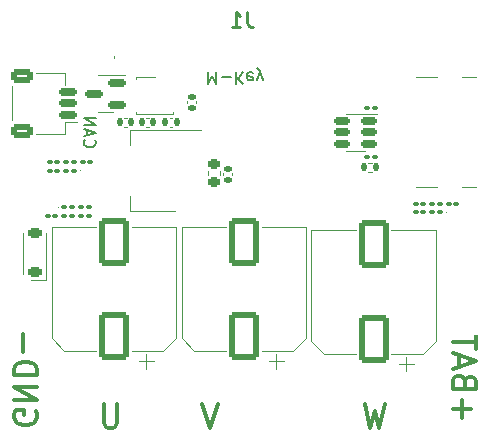
<source format=gbo>
%TF.GenerationSoftware,KiCad,Pcbnew,(7.0.0)*%
%TF.CreationDate,2023-07-15T19:37:13+02:00*%
%TF.ProjectId,Leistungsteil,4c656973-7475-46e6-9773-7465696c2e6b,rev?*%
%TF.SameCoordinates,Original*%
%TF.FileFunction,Legend,Bot*%
%TF.FilePolarity,Positive*%
%FSLAX46Y46*%
G04 Gerber Fmt 4.6, Leading zero omitted, Abs format (unit mm)*
G04 Created by KiCad (PCBNEW (7.0.0)) date 2023-07-15 19:37:13*
%MOMM*%
%LPD*%
G01*
G04 APERTURE LIST*
G04 Aperture macros list*
%AMRoundRect*
0 Rectangle with rounded corners*
0 $1 Rounding radius*
0 $2 $3 $4 $5 $6 $7 $8 $9 X,Y pos of 4 corners*
0 Add a 4 corners polygon primitive as box body*
4,1,4,$2,$3,$4,$5,$6,$7,$8,$9,$2,$3,0*
0 Add four circle primitives for the rounded corners*
1,1,$1+$1,$2,$3*
1,1,$1+$1,$4,$5*
1,1,$1+$1,$6,$7*
1,1,$1+$1,$8,$9*
0 Add four rect primitives between the rounded corners*
20,1,$1+$1,$2,$3,$4,$5,0*
20,1,$1+$1,$4,$5,$6,$7,0*
20,1,$1+$1,$6,$7,$8,$9,0*
20,1,$1+$1,$8,$9,$2,$3,0*%
G04 Aperture macros list end*
%ADD10C,0.300000*%
%ADD11C,0.150000*%
%ADD12C,0.254000*%
%ADD13C,0.120000*%
%ADD14C,0.100000*%
%ADD15C,5.500000*%
%ADD16C,3.600000*%
%ADD17C,3.200000*%
%ADD18R,1.550000X2.400000*%
%ADD19R,0.650000X0.350000*%
%ADD20RoundRect,0.250000X1.000000X-1.750000X1.000000X1.750000X-1.000000X1.750000X-1.000000X-1.750000X0*%
%ADD21RoundRect,0.100000X0.130000X0.100000X-0.130000X0.100000X-0.130000X-0.100000X0.130000X-0.100000X0*%
%ADD22RoundRect,0.100000X-0.130000X-0.100000X0.130000X-0.100000X0.130000X0.100000X-0.130000X0.100000X0*%
%ADD23RoundRect,0.250000X0.650000X-0.350000X0.650000X0.350000X-0.650000X0.350000X-0.650000X-0.350000X0*%
%ADD24RoundRect,0.150000X0.625000X-0.150000X0.625000X0.150000X-0.625000X0.150000X-0.625000X-0.150000X0*%
%ADD25RoundRect,0.140000X0.170000X-0.140000X0.170000X0.140000X-0.170000X0.140000X-0.170000X-0.140000X0*%
%ADD26R,0.300000X1.375000*%
%ADD27C,1.100000*%
%ADD28C,1.600000*%
%ADD29O,2.100000X1.000000*%
%ADD30O,1.800000X1.000000*%
%ADD31R,1.150000X0.600000*%
%ADD32R,1.150000X0.300000*%
%ADD33C,0.650000*%
%ADD34RoundRect,0.135000X0.135000X0.185000X-0.135000X0.185000X-0.135000X-0.185000X0.135000X-0.185000X0*%
%ADD35RoundRect,0.140000X0.140000X0.170000X-0.140000X0.170000X-0.140000X-0.170000X0.140000X-0.170000X0*%
%ADD36RoundRect,0.150000X0.512500X0.150000X-0.512500X0.150000X-0.512500X-0.150000X0.512500X-0.150000X0*%
%ADD37RoundRect,0.150000X0.587500X0.150000X-0.587500X0.150000X-0.587500X-0.150000X0.587500X-0.150000X0*%
%ADD38RoundRect,0.225000X0.375000X-0.225000X0.375000X0.225000X-0.375000X0.225000X-0.375000X-0.225000X0*%
%ADD39RoundRect,0.140000X-0.170000X0.140000X-0.170000X-0.140000X0.170000X-0.140000X0.170000X0.140000X0*%
%ADD40RoundRect,0.140000X-0.140000X-0.170000X0.140000X-0.170000X0.140000X0.170000X-0.140000X0.170000X0*%
%ADD41R,2.000000X1.500000*%
%ADD42R,2.000000X3.800000*%
%ADD43RoundRect,0.225000X0.250000X-0.225000X0.250000X0.225000X-0.250000X0.225000X-0.250000X-0.225000X0*%
G04 APERTURE END LIST*
D10*
X187809523Y-126564761D02*
X187142857Y-128564761D01*
X187142857Y-128564761D02*
X186476190Y-126564761D01*
X208447142Y-127773809D02*
X208447142Y-126250000D01*
X207685238Y-127011904D02*
X209209047Y-127011904D01*
X208732857Y-124630952D02*
X208637619Y-124345238D01*
X208637619Y-124345238D02*
X208542380Y-124250000D01*
X208542380Y-124250000D02*
X208351904Y-124154762D01*
X208351904Y-124154762D02*
X208066190Y-124154762D01*
X208066190Y-124154762D02*
X207875714Y-124250000D01*
X207875714Y-124250000D02*
X207780476Y-124345238D01*
X207780476Y-124345238D02*
X207685238Y-124535714D01*
X207685238Y-124535714D02*
X207685238Y-125297619D01*
X207685238Y-125297619D02*
X209685238Y-125297619D01*
X209685238Y-125297619D02*
X209685238Y-124630952D01*
X209685238Y-124630952D02*
X209590000Y-124440476D01*
X209590000Y-124440476D02*
X209494761Y-124345238D01*
X209494761Y-124345238D02*
X209304285Y-124250000D01*
X209304285Y-124250000D02*
X209113809Y-124250000D01*
X209113809Y-124250000D02*
X208923333Y-124345238D01*
X208923333Y-124345238D02*
X208828095Y-124440476D01*
X208828095Y-124440476D02*
X208732857Y-124630952D01*
X208732857Y-124630952D02*
X208732857Y-125297619D01*
X208256666Y-123392857D02*
X208256666Y-122440476D01*
X207685238Y-123583333D02*
X209685238Y-122916667D01*
X209685238Y-122916667D02*
X207685238Y-122250000D01*
X209685238Y-121869047D02*
X209685238Y-120726190D01*
X207685238Y-121297619D02*
X209685238Y-121297619D01*
X179273809Y-126564761D02*
X179273809Y-128183809D01*
X179273809Y-128183809D02*
X179178571Y-128374285D01*
X179178571Y-128374285D02*
X179083333Y-128469523D01*
X179083333Y-128469523D02*
X178892857Y-128564761D01*
X178892857Y-128564761D02*
X178511904Y-128564761D01*
X178511904Y-128564761D02*
X178321428Y-128469523D01*
X178321428Y-128469523D02*
X178226190Y-128374285D01*
X178226190Y-128374285D02*
X178130952Y-128183809D01*
X178130952Y-128183809D02*
X178130952Y-126564761D01*
D11*
X186988095Y-98467619D02*
X186988095Y-99467619D01*
X186988095Y-99467619D02*
X187321428Y-98753333D01*
X187321428Y-98753333D02*
X187654761Y-99467619D01*
X187654761Y-99467619D02*
X187654761Y-98467619D01*
X188130952Y-98848571D02*
X188892857Y-98848571D01*
X189369047Y-98467619D02*
X189369047Y-99467619D01*
X189940475Y-98467619D02*
X189511904Y-99039047D01*
X189940475Y-99467619D02*
X189369047Y-98896190D01*
X190749999Y-98515238D02*
X190654761Y-98467619D01*
X190654761Y-98467619D02*
X190464285Y-98467619D01*
X190464285Y-98467619D02*
X190369047Y-98515238D01*
X190369047Y-98515238D02*
X190321428Y-98610476D01*
X190321428Y-98610476D02*
X190321428Y-98991428D01*
X190321428Y-98991428D02*
X190369047Y-99086666D01*
X190369047Y-99086666D02*
X190464285Y-99134285D01*
X190464285Y-99134285D02*
X190654761Y-99134285D01*
X190654761Y-99134285D02*
X190749999Y-99086666D01*
X190749999Y-99086666D02*
X190797618Y-98991428D01*
X190797618Y-98991428D02*
X190797618Y-98896190D01*
X190797618Y-98896190D02*
X190321428Y-98800952D01*
X191130952Y-99134285D02*
X191369047Y-98467619D01*
X191607142Y-99134285D02*
X191369047Y-98467619D01*
X191369047Y-98467619D02*
X191273809Y-98229523D01*
X191273809Y-98229523D02*
X191226190Y-98181904D01*
X191226190Y-98181904D02*
X191130952Y-98134285D01*
D10*
X201964285Y-126564761D02*
X201488095Y-128564761D01*
X201488095Y-128564761D02*
X201107142Y-127136190D01*
X201107142Y-127136190D02*
X200726190Y-128564761D01*
X200726190Y-128564761D02*
X200250000Y-126564761D01*
D11*
X176562857Y-104190476D02*
X176515238Y-104238095D01*
X176515238Y-104238095D02*
X176467619Y-104380952D01*
X176467619Y-104380952D02*
X176467619Y-104476190D01*
X176467619Y-104476190D02*
X176515238Y-104619047D01*
X176515238Y-104619047D02*
X176610476Y-104714285D01*
X176610476Y-104714285D02*
X176705714Y-104761904D01*
X176705714Y-104761904D02*
X176896190Y-104809523D01*
X176896190Y-104809523D02*
X177039047Y-104809523D01*
X177039047Y-104809523D02*
X177229523Y-104761904D01*
X177229523Y-104761904D02*
X177324761Y-104714285D01*
X177324761Y-104714285D02*
X177420000Y-104619047D01*
X177420000Y-104619047D02*
X177467619Y-104476190D01*
X177467619Y-104476190D02*
X177467619Y-104380952D01*
X177467619Y-104380952D02*
X177420000Y-104238095D01*
X177420000Y-104238095D02*
X177372380Y-104190476D01*
X176753333Y-103809523D02*
X176753333Y-103333333D01*
X176467619Y-103904761D02*
X177467619Y-103571428D01*
X177467619Y-103571428D02*
X176467619Y-103238095D01*
X176467619Y-102904761D02*
X177467619Y-102904761D01*
X177467619Y-102904761D02*
X176467619Y-102333333D01*
X176467619Y-102333333D02*
X177467619Y-102333333D01*
D10*
X172440000Y-127176190D02*
X172535238Y-127366666D01*
X172535238Y-127366666D02*
X172535238Y-127652380D01*
X172535238Y-127652380D02*
X172440000Y-127938095D01*
X172440000Y-127938095D02*
X172249523Y-128128571D01*
X172249523Y-128128571D02*
X172059047Y-128223809D01*
X172059047Y-128223809D02*
X171678095Y-128319047D01*
X171678095Y-128319047D02*
X171392380Y-128319047D01*
X171392380Y-128319047D02*
X171011428Y-128223809D01*
X171011428Y-128223809D02*
X170820952Y-128128571D01*
X170820952Y-128128571D02*
X170630476Y-127938095D01*
X170630476Y-127938095D02*
X170535238Y-127652380D01*
X170535238Y-127652380D02*
X170535238Y-127461904D01*
X170535238Y-127461904D02*
X170630476Y-127176190D01*
X170630476Y-127176190D02*
X170725714Y-127080952D01*
X170725714Y-127080952D02*
X171392380Y-127080952D01*
X171392380Y-127080952D02*
X171392380Y-127461904D01*
X170535238Y-126223809D02*
X172535238Y-126223809D01*
X172535238Y-126223809D02*
X170535238Y-125080952D01*
X170535238Y-125080952D02*
X172535238Y-125080952D01*
X170535238Y-124128571D02*
X172535238Y-124128571D01*
X172535238Y-124128571D02*
X172535238Y-123652381D01*
X172535238Y-123652381D02*
X172440000Y-123366666D01*
X172440000Y-123366666D02*
X172249523Y-123176190D01*
X172249523Y-123176190D02*
X172059047Y-123080952D01*
X172059047Y-123080952D02*
X171678095Y-122985714D01*
X171678095Y-122985714D02*
X171392380Y-122985714D01*
X171392380Y-122985714D02*
X171011428Y-123080952D01*
X171011428Y-123080952D02*
X170820952Y-123176190D01*
X170820952Y-123176190D02*
X170630476Y-123366666D01*
X170630476Y-123366666D02*
X170535238Y-123652381D01*
X170535238Y-123652381D02*
X170535238Y-124128571D01*
X171297142Y-122128571D02*
X171297142Y-120604762D01*
D12*
%TO.C,J1*%
X190273332Y-93346573D02*
X190273332Y-94253716D01*
X190273332Y-94253716D02*
X190333809Y-94435145D01*
X190333809Y-94435145D02*
X190454761Y-94556097D01*
X190454761Y-94556097D02*
X190636190Y-94616573D01*
X190636190Y-94616573D02*
X190757142Y-94616573D01*
X189003332Y-94616573D02*
X189729047Y-94616573D01*
X189366190Y-94616573D02*
X189366190Y-93346573D01*
X189366190Y-93346573D02*
X189487142Y-93528002D01*
X189487142Y-93528002D02*
X189608094Y-93648954D01*
X189608094Y-93648954D02*
X189729047Y-93709430D01*
D13*
%TO.C,U3*%
X180890000Y-98865000D02*
X180890000Y-99015000D01*
X180890000Y-101985000D02*
X180890000Y-101835000D01*
X182450000Y-98865000D02*
X180890000Y-98865000D01*
X184010000Y-101985000D02*
X180890000Y-101985000D01*
X184010000Y-101985000D02*
X184010000Y-101835000D01*
%TO.C,C_IN1*%
X195260000Y-111540000D02*
X191510000Y-111540000D01*
X184740000Y-111540000D02*
X188490000Y-111540000D01*
X195260000Y-120995563D02*
X195260000Y-111540000D01*
X184740000Y-120995563D02*
X184740000Y-111540000D01*
X194195563Y-122060000D02*
X195260000Y-120995563D01*
X194195563Y-122060000D02*
X191510000Y-122060000D01*
X185804437Y-122060000D02*
X184740000Y-120995563D01*
X185804437Y-122060000D02*
X188490000Y-122060000D01*
X193385000Y-122925000D02*
X192135000Y-122925000D01*
X192760000Y-123550000D02*
X192760000Y-122300000D01*
D14*
%TO.C,D_sense_W1*%
X207190000Y-110300000D02*
G75*
G03*
X207190000Y-110300000I-50000J0D01*
G01*
%TO.C,D_sense_U1*%
X174335000Y-109900000D02*
G75*
G03*
X174335000Y-109900000I-50000J0D01*
G01*
D13*
%TO.C,CAN_Con1*%
X174885000Y-98490000D02*
X174885000Y-99540000D01*
X172385000Y-98490000D02*
X174885000Y-98490000D01*
X170415000Y-102540000D02*
X170415000Y-99660000D01*
X174885000Y-102660000D02*
X175875000Y-102660000D01*
X174885000Y-103710000D02*
X174885000Y-102660000D01*
X172385000Y-103710000D02*
X174885000Y-103710000D01*
%TO.C,C_LDO4*%
X189010000Y-107207836D02*
X189010000Y-106992164D01*
X188290000Y-107207836D02*
X188290000Y-106992164D01*
%TO.C,C_IN2*%
X206260000Y-111790000D02*
X202510000Y-111790000D01*
X195740000Y-111790000D02*
X199490000Y-111790000D01*
X206260000Y-121245563D02*
X206260000Y-111790000D01*
X195740000Y-121245563D02*
X195740000Y-111790000D01*
X205195563Y-122310000D02*
X206260000Y-121245563D01*
X205195563Y-122310000D02*
X202510000Y-122310000D01*
X196804437Y-122310000D02*
X195740000Y-121245563D01*
X196804437Y-122310000D02*
X199490000Y-122310000D01*
X204385000Y-123175000D02*
X203135000Y-123175000D01*
X203760000Y-123800000D02*
X203760000Y-122550000D01*
D14*
%TO.C,J1*%
X179050000Y-97250000D02*
G75*
G03*
X179050000Y-97150000I0J50000D01*
G01*
X179050000Y-97150000D02*
G75*
G03*
X179050000Y-97250000I0J-50000D01*
G01*
X179050000Y-97150000D02*
X179050000Y-97150000D01*
X179050000Y-97250000D02*
X179050000Y-97250000D01*
D13*
%TO.C,J7*%
X206405000Y-108180000D02*
X204605000Y-108180000D01*
X208505000Y-108180000D02*
X209655000Y-108180000D01*
X206405000Y-98840000D02*
X204605000Y-98840000D01*
X208505000Y-98840000D02*
X209655000Y-98840000D01*
%TO.C,R_USB3*%
X200853641Y-106120000D02*
X200546359Y-106120000D01*
X200853641Y-106880000D02*
X200546359Y-106880000D01*
%TO.C,C_Reset1*%
X180107836Y-102340000D02*
X179892164Y-102340000D01*
X180107836Y-103060000D02*
X179892164Y-103060000D01*
D14*
%TO.C,D_sense_V1*%
X176190000Y-106800000D02*
G75*
G03*
X176190000Y-106800000I-50000J0D01*
G01*
D13*
%TO.C,U2*%
X199462500Y-101990000D02*
X198662500Y-101990000D01*
X199462500Y-101990000D02*
X201262500Y-101990000D01*
X199462500Y-105110000D02*
X198662500Y-105110000D01*
X199462500Y-105110000D02*
X200262500Y-105110000D01*
%TO.C,D2*%
X178300000Y-98740000D02*
X177650000Y-98740000D01*
X178300000Y-98740000D02*
X179975000Y-98740000D01*
X178300000Y-101860000D02*
X177650000Y-101860000D01*
X178300000Y-101860000D02*
X178950000Y-101860000D01*
%TO.C,D_TVS1*%
X173300000Y-116060000D02*
X173300000Y-112050000D01*
X173300000Y-116060000D02*
X171300000Y-116060000D01*
X171300000Y-116060000D02*
X171300000Y-112050000D01*
%TO.C,C_Reset2*%
X185240000Y-100892164D02*
X185240000Y-101107836D01*
X185960000Y-100892164D02*
X185960000Y-101107836D01*
%TO.C,C_LDO5*%
X181742164Y-103060000D02*
X181957836Y-103060000D01*
X181742164Y-102340000D02*
X181957836Y-102340000D01*
%TO.C,C_LDO6*%
X183742164Y-103060000D02*
X183957836Y-103060000D01*
X183742164Y-102340000D02*
X183957836Y-102340000D01*
%TO.C,U1*%
X180390000Y-103390000D02*
X180390000Y-104650000D01*
X180390000Y-110210000D02*
X180390000Y-108950000D01*
X184150000Y-110210000D02*
X180390000Y-110210000D01*
X186400000Y-103390000D02*
X180390000Y-103390000D01*
%TO.C,C_IN3*%
X184260000Y-111540000D02*
X180510000Y-111540000D01*
X173740000Y-111540000D02*
X177490000Y-111540000D01*
X184260000Y-120995563D02*
X184260000Y-111540000D01*
X173740000Y-120995563D02*
X173740000Y-111540000D01*
X183195563Y-122060000D02*
X184260000Y-120995563D01*
X183195563Y-122060000D02*
X180510000Y-122060000D01*
X174804437Y-122060000D02*
X173740000Y-120995563D01*
X174804437Y-122060000D02*
X177490000Y-122060000D01*
X182385000Y-122925000D02*
X181135000Y-122925000D01*
X181760000Y-123550000D02*
X181760000Y-122300000D01*
%TO.C,C_LDO3*%
X187960000Y-107140580D02*
X187960000Y-106859420D01*
X186940000Y-107140580D02*
X186940000Y-106859420D01*
%TD*%
%LPC*%
D15*
%TO.C,Phase_W1*%
X197500000Y-130000000D03*
D16*
X197500000Y-130000000D03*
%TD*%
D17*
%TO.C,H4*%
X174500000Y-125500000D03*
%TD*%
%TO.C,H2*%
X205500000Y-94500000D03*
%TD*%
%TO.C,H1*%
X174500000Y-94500000D03*
%TD*%
D15*
%TO.C,Positiv1*%
X210000000Y-118000000D03*
D16*
X210000000Y-118000000D03*
%TD*%
D17*
%TO.C,H3*%
X205500000Y-125500000D03*
%TD*%
D15*
%TO.C,Phase_V1*%
X190000000Y-130000000D03*
D16*
X190000000Y-130000000D03*
%TD*%
D15*
%TO.C,Negativ1*%
X170000000Y-118000000D03*
D16*
X170000000Y-118000000D03*
%TD*%
D15*
%TO.C,Phase_U1*%
X182500000Y-130000000D03*
D16*
X182500000Y-130000000D03*
%TD*%
D18*
%TO.C,U3*%
X182449999Y-100424999D03*
D19*
X180899999Y-99449999D03*
X180899999Y-100099999D03*
X180899999Y-100749999D03*
X180899999Y-101399999D03*
X183999999Y-101399999D03*
X183999999Y-100749999D03*
X183999999Y-100099999D03*
X183999999Y-99449999D03*
%TD*%
D20*
%TO.C,C_IN1*%
X190000000Y-112800000D03*
X190000000Y-120800000D03*
%TD*%
D21*
%TO.C,R_sense_W1*%
X207360000Y-109600000D03*
X208000000Y-109600000D03*
%TD*%
%TO.C,R_sense_V1*%
X176360000Y-106100000D03*
X177000000Y-106100000D03*
%TD*%
%TO.C,R_sense_V2*%
X174960000Y-106100000D03*
X175600000Y-106100000D03*
%TD*%
%TO.C,D_sense_W1*%
X205960000Y-110300000D03*
X206600000Y-110300000D03*
%TD*%
D22*
%TO.C,D_sense_U1*%
X175465000Y-109900000D03*
X174825000Y-109900000D03*
%TD*%
D21*
%TO.C,R_sense_W3*%
X204560000Y-109600000D03*
X205200000Y-109600000D03*
%TD*%
D23*
%TO.C,CAN_Con1*%
X171225000Y-98800000D03*
X171225000Y-103400000D03*
D24*
X175100000Y-100100000D03*
X175100000Y-101100000D03*
X175100000Y-102100000D03*
%TD*%
D25*
%TO.C,C_LDO4*%
X188650000Y-106620000D03*
X188650000Y-107580000D03*
%TD*%
D20*
%TO.C,C_IN2*%
X201000000Y-113050000D03*
X201000000Y-121050000D03*
%TD*%
D26*
%TO.C,J1*%
X199099999Y-96799999D03*
X198849999Y-91499999D03*
X198599999Y-96799999D03*
X198349999Y-91499999D03*
X198099999Y-96799999D03*
X197849999Y-91499999D03*
X197599999Y-96799999D03*
X197349999Y-91499999D03*
X197099999Y-96799999D03*
X194849999Y-91499999D03*
X194599999Y-96799999D03*
X194349999Y-91499999D03*
X194099999Y-96799999D03*
X193849999Y-91499999D03*
X193599999Y-96799999D03*
X193349999Y-91499999D03*
X193099999Y-96799999D03*
X192849999Y-91499999D03*
X192599999Y-96799999D03*
X192349999Y-91499999D03*
X192099999Y-96799999D03*
X191849999Y-91499999D03*
X191599999Y-96799999D03*
X191349999Y-91499999D03*
X191099999Y-96799999D03*
X190849999Y-91499999D03*
X190599999Y-96799999D03*
X190349999Y-91499999D03*
X190099999Y-96799999D03*
X189849999Y-91499999D03*
X189599999Y-96799999D03*
X189349999Y-91499999D03*
X189099999Y-96799999D03*
X188849999Y-91499999D03*
X188599999Y-96799999D03*
X188349999Y-91499999D03*
X188099999Y-96799999D03*
X187849999Y-91499999D03*
X187599999Y-96799999D03*
X187349999Y-91499999D03*
X187099999Y-96799999D03*
X186849999Y-91499999D03*
X186599999Y-96799999D03*
X186349999Y-91499999D03*
X186099999Y-96799999D03*
X185849999Y-91499999D03*
X185599999Y-96799999D03*
X185349999Y-91499999D03*
X185099999Y-96799999D03*
X184849999Y-91499999D03*
X184599999Y-96799999D03*
X184349999Y-91499999D03*
X184099999Y-96799999D03*
X183849999Y-91499999D03*
X183599999Y-96799999D03*
X183349999Y-91499999D03*
X183099999Y-96799999D03*
X182849999Y-91499999D03*
X182599999Y-96799999D03*
X182349999Y-91499999D03*
X182099999Y-96799999D03*
X181849999Y-91499999D03*
X181599999Y-96799999D03*
X181349999Y-91499999D03*
X181099999Y-96799999D03*
X180849999Y-91499999D03*
X180599999Y-96799999D03*
D27*
X179850000Y-94150000D03*
D28*
X199850000Y-94150000D03*
%TD*%
D29*
%TO.C,J7*%
X203299999Y-107829999D03*
D30*
X207479999Y-107829999D03*
D29*
X203299999Y-99189999D03*
D30*
X207479999Y-99189999D03*
D31*
X202724999Y-100309999D03*
X202724999Y-101109999D03*
D32*
X202724999Y-101759999D03*
X202724999Y-102759999D03*
X202724999Y-104259999D03*
X202724999Y-105259999D03*
D31*
X202724999Y-105909999D03*
X202724999Y-106709999D03*
X202724999Y-106709999D03*
X202724999Y-105909999D03*
D32*
X202724999Y-104759999D03*
X202724999Y-103759999D03*
X202724999Y-103259999D03*
X202724999Y-102259999D03*
D31*
X202724999Y-101109999D03*
X202724999Y-100309999D03*
D33*
X203800000Y-106400000D03*
X203800000Y-100620000D03*
%TD*%
D21*
%TO.C,R_USB2*%
X200480000Y-101500000D03*
X201120000Y-101500000D03*
%TD*%
D34*
%TO.C,R_USB3*%
X200190000Y-106500000D03*
X201210000Y-106500000D03*
%TD*%
D21*
%TO.C,R_sense_W2*%
X205960000Y-109600000D03*
X206600000Y-109600000D03*
%TD*%
%TO.C,C_sense_V1*%
X173560000Y-106800000D03*
X174200000Y-106800000D03*
%TD*%
%TO.C,C_sense_W1*%
X204560000Y-110300000D03*
X205200000Y-110300000D03*
%TD*%
D35*
%TO.C,C_Reset1*%
X179520000Y-102700000D03*
X180480000Y-102700000D03*
%TD*%
D22*
%TO.C,R_sense_U3*%
X174065000Y-110600000D03*
X173425000Y-110600000D03*
%TD*%
D21*
%TO.C,D_sense_V1*%
X174960000Y-106800000D03*
X175600000Y-106800000D03*
%TD*%
D36*
%TO.C,U2*%
X198325000Y-102600000D03*
X198325000Y-103550000D03*
X198325000Y-104500000D03*
X200600000Y-104500000D03*
X200600000Y-103550000D03*
X200600000Y-102600000D03*
%TD*%
D37*
%TO.C,D2*%
X177362500Y-100300000D03*
X179237500Y-101250000D03*
X179237500Y-99350000D03*
%TD*%
D38*
%TO.C,D_TVS1*%
X172300000Y-112050000D03*
X172300000Y-115350000D03*
%TD*%
D39*
%TO.C,C_Reset2*%
X185600000Y-101480000D03*
X185600000Y-100520000D03*
%TD*%
D22*
%TO.C,R_sense_U1*%
X175465000Y-110600000D03*
X174825000Y-110600000D03*
%TD*%
D40*
%TO.C,C_LDO5*%
X182330000Y-102700000D03*
X181370000Y-102700000D03*
%TD*%
D22*
%TO.C,C_sense_U1*%
X176865000Y-109900000D03*
X176225000Y-109900000D03*
%TD*%
D40*
%TO.C,C_LDO6*%
X184330000Y-102700000D03*
X183370000Y-102700000D03*
%TD*%
D41*
%TO.C,U1*%
X185449999Y-109099999D03*
D42*
X179149999Y-106799999D03*
D41*
X185449999Y-106799999D03*
X185449999Y-104499999D03*
%TD*%
D21*
%TO.C,R_USB1*%
X200480000Y-105600000D03*
X201120000Y-105600000D03*
%TD*%
D20*
%TO.C,C_IN3*%
X179000000Y-112800000D03*
X179000000Y-120800000D03*
%TD*%
D21*
%TO.C,R_sense_V3*%
X173560000Y-106100000D03*
X174200000Y-106100000D03*
%TD*%
D43*
%TO.C,C_LDO3*%
X187450000Y-106225000D03*
X187450000Y-107775000D03*
%TD*%
D22*
%TO.C,R_sense_U2*%
X176865000Y-110600000D03*
X176225000Y-110600000D03*
%TD*%
M02*

</source>
